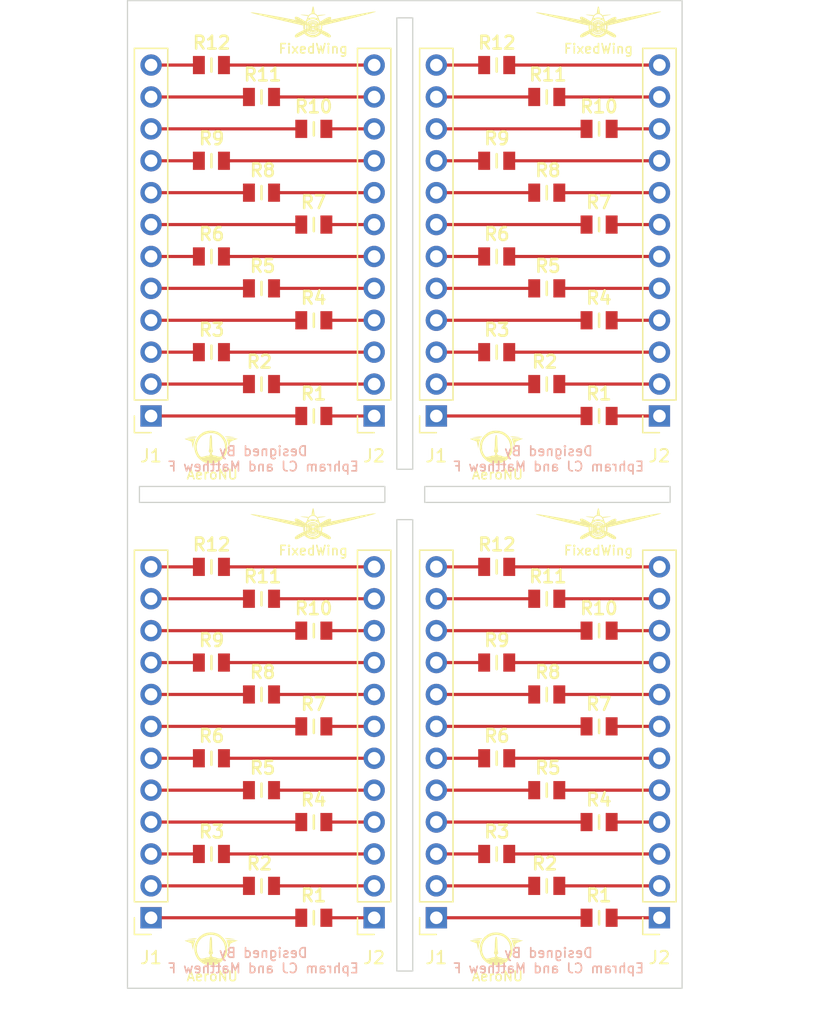
<source format=kicad_pcb>
(kicad_pcb (version 20221018) (generator pcbnew)
  (layers (0 "F.Cu" signal) (31 "B.Cu" signal) (34 "B.Paste" user) (35 "F.Paste" user) (36 "B.SilkS" user "B.Silkscreen") (37 "F.SilkS" user "F.Silkscreen") (38 "B.Mask" user) (39 "F.Mask" user) (44 "Edge.Cuts" user))
  (net 0 "")
  (net 1 "Net-(J1-Pin_1)")
  (net 2 "Net-(J1-Pin_2)")
  (net 3 "Net-(J1-Pin_3)")
  (net 4 "Net-(J1-Pin_4)")
  (net 5 "Net-(J1-Pin_5)")
  (net 6 "Net-(J1-Pin_6)")
  (net 7 "Net-(J1-Pin_7)")
  (net 8 "Net-(J1-Pin_8)")
  (net 9 "Net-(J1-Pin_9)")
  (net 10 "Net-(J1-Pin_10)")
  (net 11 "Net-(J1-Pin_11)")
  (net 12 "Net-(J1-Pin_12)")
  (net 13 "Net-(J2-Pin_1)")
  (net 14 "Net-(J2-Pin_2)")
  (net 15 "Net-(J2-Pin_3)")
  (net 16 "Net-(J2-Pin_4)")
  (net 17 "Net-(J2-Pin_5)")
  (net 18 "Net-(J2-Pin_6)")
  (net 19 "Net-(J2-Pin_7)")
  (net 20 "Net-(J2-Pin_8)")
  (net 21 "Net-(J2-Pin_9)")
  (net 22 "Net-(J2-Pin_10)")
  (net 23 "Net-(J2-Pin_11)")
  (net 24 "Net-(J2-Pin_12)")
  (footprint "FixedWing:RESC2012X50N" (layer "F.Cu") (at 165.37 81.28)
    (fp_text reference "R10" (at -0.016 -1.778) (layer "F.SilkS") (effects (font (size 1.016 1.016) (thickness 0.2032) bold)))
    (fp_text value "100Ω" hide)
    (pad "1" smd rect (at -1 0) (size 0.95 1.45) (layers "F.Cu" "F.Paste" "F.Mask") (net 10 "Net-(J1-Pin_10)"))
    (pad "2" smd rect (at 1 0) (size 0.95 1.45) (layers "F.Cu" "F.Paste" "F.Mask") (net 22 "Net-(J2-Pin_10)"))
  )
  (footprint "FixedWing:RESC2012X50N" (layer "F.Cu") (at 179.943 116.1542)
    (fp_text reference "R12" (at 0.016 -1.778) (layer "F.SilkS") (effects (font (size 1.016 1.016) (thickness 0.2032) bold)))
    (fp_text value "100Ω" hide)
    (pad "1" smd rect (at -1 0) (size 0.95 1.45) (layers "F.Cu" "F.Paste" "F.Mask") (net 12 "Net-(J1-Pin_12)"))
    (pad "2" smd rect (at 1 0) (size 0.95 1.45) (layers "F.Cu" "F.Paste" "F.Mask") (net 24 "Net-(J2-Pin_12)"))
  )
  (footprint "FixedWing:RESC2012X50N" (layer "F.Cu") (at 165.37 144.0942)
    (fp_text reference "R1" (at -0.016 -1.778) (layer "F.SilkS") (effects (font (size 1.016 1.016) (thickness 0.2032) bold)))
    (fp_text value "100Ω" hide)
    (pad "1" smd rect (at -1 0) (size 0.95 1.45) (layers "F.Cu" "F.Paste" "F.Mask") (net 1 "Net-(J1-Pin_1)"))
    (pad "2" smd rect (at 1 0) (size 0.95 1.45) (layers "F.Cu" "F.Paste" "F.Mask") (net 13 "Net-(J2-Pin_1)"))
  )
  (footprint "FixedWing:AeroNU - Logo (Smol)" (layer "F.Cu") (at 157.304449 149.331588)
    (fp_text reference "AeroNU" hide)
    (fp_text value "LOGO" hide)
  )
  (footprint "FixedWing:RESC2012X50N" (layer "F.Cu") (at 165.37 104.14)
    (fp_text reference "R1" (at -0.016 -1.778) (layer "F.SilkS") (effects (font (size 1.016 1.016) (thickness 0.2032) bold)))
    (fp_text value "100Ω" hide)
    (pad "1" smd rect (at -1 0) (size 0.95 1.45) (layers "F.Cu" "F.Paste" "F.Mask") (net 1 "Net-(J1-Pin_1)"))
    (pad "2" smd rect (at 1 0) (size 0.95 1.45) (layers "F.Cu" "F.Paste" "F.Mask") (net 13 "Net-(J2-Pin_1)"))
  )
  (footprint "FixedWing:FixedWing - Logo (Smol)" (layer "F.Cu") (at 165.3159 73.1774)
    (fp_text reference "FixedWing" (at 0.004963 1.722249) (layer "F.SilkS") (effects (font (size 0.75 0.75) (thickness 0.125))))
    (fp_text value "LOGO" hide)
  )
  (footprint "FixedWing:RESC2012X50N" (layer "F.Cu") (at 183.933 101.6)
    (fp_text reference "R2" (at -0.164 -1.778) (layer "F.SilkS") (effects (font (size 1.016 1.016) (thickness 0.2032) bold)))
    (fp_text value "100Ω" hide)
    (pad "1" smd rect (at -1 0) (size 0.95 1.45) (layers "F.Cu" "F.Paste" "F.Mask") (net 2 "Net-(J1-Pin_2)"))
    (pad "2" smd rect (at 1 0) (size 0.95 1.45) (layers "F.Cu" "F.Paste" "F.Mask") (net 14 "Net-(J2-Pin_2)"))
  )
  (footprint "FixedWing:RESC2012X50N" (layer "F.Cu") (at 183.933 118.6942)
    (fp_text reference "R11" (at 0.09 -1.778) (layer "F.SilkS") (effects (font (size 1.016 1.016) (thickness 0.2032) bold)))
    (fp_text value "100Ω" hide)
    (pad "1" smd rect (at -1 0) (size 0.95 1.45) (layers "F.Cu" "F.Paste" "F.Mask") (net 11 "Net-(J1-Pin_11)"))
    (pad "2" smd rect (at 1 0) (size 0.95 1.45) (layers "F.Cu" "F.Paste" "F.Mask") (net 23 "Net-(J2-Pin_11)"))
  )
  (footprint "FixedWing:RESC2012X50N" (layer "F.Cu") (at 179.943 91.44)
    (fp_text reference "R6" (at 0.016 -1.778) (layer "F.SilkS") (effects (font (size 1.016 1.016) (thickness 0.2032) bold)))
    (fp_text value "100Ω" hide)
    (pad "1" smd rect (at -1 0) (size 0.95 1.45) (layers "F.Cu" "F.Paste" "F.Mask") (net 6 "Net-(J1-Pin_6)"))
    (pad "2" smd rect (at 1 0) (size 0.95 1.45) (layers "F.Cu" "F.Paste" "F.Mask") (net 18 "Net-(J2-Pin_6)"))
  )
  (footprint "FixedWing:RESC2012X50N" (layer "F.Cu") (at 161.2 86.36)
    (fp_text reference "R8" (at 0.09 -1.778) (layer "F.SilkS") (effects (font (size 1.016 1.016) (thickness 0.2032) bold)))
    (fp_text value "100Ω" hide)
    (pad "1" smd rect (at -1 0) (size 0.95 1.45) (layers "F.Cu" "F.Paste" "F.Mask") (net 8 "Net-(J1-Pin_8)"))
    (pad "2" smd rect (at 1 0) (size 0.95 1.45) (layers "F.Cu" "F.Paste" "F.Mask") (net 20 "Net-(J2-Pin_8)"))
  )
  (footprint "FixedWing:RESC2012X50N" (layer "F.Cu") (at 188.103 88.9)
    (fp_text reference "R7" (at -0.016 -1.778) (layer "F.SilkS") (effects (font (size 1.016 1.016) (thickness 0.2032) bold)))
    (fp_text value "100Ω" hide)
    (pad "1" smd rect (at -1 0) (size 0.95 1.45) (layers "F.Cu" "F.Paste" "F.Mask") (net 7 "Net-(J1-Pin_7)"))
    (pad "2" smd rect (at 1 0) (size 0.95 1.45) (layers "F.Cu" "F.Paste" "F.Mask") (net 19 "Net-(J2-Pin_7)"))
  )
  (footprint "FixedWing:RESC2012X50N" (layer "F.Cu") (at 157.21 139.0142)
    (fp_text reference "R3" (at 0.016 -1.778) (layer "F.SilkS") (effects (font (size 1.016 1.016) (thickness 0.2032) bold)))
    (fp_text value "100Ω" hide)
    (pad "1" smd rect (at -1 0) (size 0.95 1.45) (layers "F.Cu" "F.Paste" "F.Mask") (net 3 "Net-(J1-Pin_3)"))
    (pad "2" smd rect (at 1 0) (size 0.95 1.45) (layers "F.Cu" "F.Paste" "F.Mask") (net 15 "Net-(J2-Pin_3)"))
  )
  (footprint "FixedWing:RESC2012X50N" (layer "F.Cu") (at 157.21 116.1542)
    (fp_text reference "R12" (at 0.016 -1.778) (layer "F.SilkS") (effects (font (size 1.016 1.016) (thickness 0.2032) bold)))
    (fp_text value "100Ω" hide)
    (pad "1" smd rect (at -1 0) (size 0.95 1.45) (layers "F.Cu" "F.Paste" "F.Mask") (net 12 "Net-(J1-Pin_12)"))
    (pad "2" smd rect (at 1 0) (size 0.95 1.45) (layers "F.Cu" "F.Paste" "F.Mask") (net 24 "Net-(J2-Pin_12)"))
  )
  (footprint "FixedWing:FixedWing - Logo (Smol)" (layer "F.Cu") (at 188.0489 113.1316)
    (fp_text reference "FixedWing" (at 0.004963 1.722249) (layer "F.SilkS") (effects (font (size 0.75 0.75) (thickness 0.125))))
    (fp_text value "LOGO" hide)
  )
  (footprint "FixedWing:FixedWing - Logo (Smol)" (layer "F.Cu") (at 188.0489 73.1774)
    (fp_text reference "FixedWing" (at 0.004963 1.722249) (layer "F.SilkS") (effects (font (size 0.75 0.75) (thickness 0.125))))
    (fp_text value "LOGO" hide)
  )
  (footprint "Connector_PinSocket_2.54mm:PinSocket_1x12_P2.54mm_Vertical" (layer "F.Cu") (at 152.4 104.14 180)
    (fp_text reference "J1" (at 0 -3.175) (layer "F.SilkS"))
    (fp_text value "Conn_01x12")
    (pad "1" thru_hole rect (at 0 0 180) (size 1.7 1.7) (drill 1) (layers "*.Cu" "*.Mask") (net 1 "Net-(J1-Pin_1)"))
    (pad "2" thru_hole oval (at 0 2.54 180) (size 1.7 1.7) (drill 1) (layers "*.Cu" "*.Mask") (net 2 "Net-(J1-Pin_2)"))
    (pad "3" thru_hole oval (at 0 5.08 180) (size 1.7 1.7) (drill 1) (layers "*.Cu" "*.Mask") (net 3 "Net-(J1-Pin_3)"))
    (pad "4" thru_hole oval (at 0 7.62 180) (size 1.7 1.7) (drill 1) (layers "*.Cu" "*.Mask") (net 4 "Net-(J1-Pin_4)"))
    (pad "5" thru_hole oval (at 0 10.16 180) (size 1.7 1.7) (drill 1) (layers "*.Cu" "*.Mask") (net 5 "Net-(J1-Pin_5)"))
    (pad "6" thru_hole oval (at 0 12.7 180) (size 1.7 1.7) (drill 1) (layers "*.Cu" "*.Mask") (net 6 "Net-(J1-Pin_6)"))
    (pad "7" thru_hole oval (at 0 15.24 180) (size 1.7 1.7) (drill 1) (layers "*.Cu" "*.Mask") (net 7 "Net-(J1-Pin_7)"))
    (pad "8" thru_hole oval (at 0 17.78 180) (size 1.7 1.7) (drill 1) (layers "*.Cu" "*.Mask") (net 8 "Net-(J1-Pin_8)"))
    (pad "9" thru_hole oval (at 0 20.32 180) (size 1.7 1.7) (drill 1) (layers "*.Cu" "*.Mask") (net 9 "Net-(J1-Pin_9)"))
    (pad "10" thru_hole oval (at 0 22.86 180) (size 1.7 1.7) (drill 1) (layers "*.Cu" "*.Mask") (net 10 "Net-(J1-Pin_10)"))
    (pad "11" thru_hole oval (at 0 25.4 180) (size 1.7 1.7) (drill 1) (layers "*.Cu" "*.Mask") (net 11 "Net-(J1-Pin_11)"))
    (pad "12" thru_hole oval (at 0 27.94 180) (size 1.7 1.7) (drill 1) (layers "*.Cu" "*.Mask") (net 12 "Net-(J1-Pin_12)"))
  )
  (footprint "FixedWing:RESC2012X50N" (layer "F.Cu") (at 157.21 83.82)
    (fp_text reference "R9" (at 0.016 -1.778) (layer "F.SilkS") (effects (font (size 1.016 1.016) (thickness 0.2032) bold)))
    (fp_text value "100Ω" hide)
    (pad "1" smd rect (at -1 0) (size 0.95 1.45) (layers "F.Cu" "F.Paste" "F.Mask") (net 9 "Net-(J1-Pin_9)"))
    (pad "2" smd rect (at 1 0) (size 0.95 1.45) (layers "F.Cu" "F.Paste" "F.Mask") (net 21 "Net-(J2-Pin_9)"))
  )
  (footprint "FixedWing:RESC2012X50N" (layer "F.Cu") (at 157.21 131.3942)
    (fp_text reference "R6" (at 0.016 -1.778) (layer "F.SilkS") (effects (font (size 1.016 1.016) (thickness 0.2032) bold)))
    (fp_text value "100Ω" hide)
    (pad "1" smd rect (at -1 0) (size 0.95 1.45) (layers "F.Cu" "F.Paste" "F.Mask") (net 6 "Net-(J1-Pin_6)"))
    (pad "2" smd rect (at 1 0) (size 0.95 1.45) (layers "F.Cu" "F.Paste" "F.Mask") (net 18 "Net-(J2-Pin_6)"))
  )
  (footprint "FixedWing:AeroNU - Logo (Smol)" (layer "F.Cu") (at 180.037449 149.331588)
    (fp_text reference "AeroNU" hide)
    (fp_text value "LOGO" hide)
  )
  (footprint "FixedWing:RESC2012X50N" (layer "F.Cu") (at 188.103 136.4742)
    (fp_text reference "R4" (at -0.016 -1.778) (layer "F.SilkS") (effects (font (size 1.016 1.016) (thickness 0.2032) bold)))
    (fp_text value "100Ω" hide)
    (pad "1" smd rect (at -1 0) (size 0.95 1.45) (layers "F.Cu" "F.Paste" "F.Mask") (net 4 "Net-(J1-Pin_4)"))
    (pad "2" smd rect (at 1 0) (size 0.95 1.45) (layers "F.Cu" "F.Paste" "F.Mask") (net 16 "Net-(J2-Pin_4)"))
  )
  (footprint "Connector_PinSocket_2.54mm:PinSocket_1x12_P2.54mm_Vertical" (layer "F.Cu") (at 152.4 144.0942 180)
    (fp_text reference "J1" (at 0 -3.175) (layer "F.SilkS"))
    (fp_text value "Conn_01x12")
    (pad "1" thru_hole rect (at 0 0 180) (size 1.7 1.7) (drill 1) (layers "*.Cu" "*.Mask") (net 1 "Net-(J1-Pin_1)"))
    (pad "2" thru_hole oval (at 0 2.54 180) (size 1.7 1.7) (drill 1) (layers "*.Cu" "*.Mask") (net 2 "Net-(J1-Pin_2)"))
    (pad "3" thru_hole oval (at 0 5.08 180) (size 1.7 1.7) (drill 1) (layers "*.Cu" "*.Mask") (net 3 "Net-(J1-Pin_3)"))
    (pad "4" thru_hole oval (at 0 7.62 180) (size 1.7 1.7) (drill 1) (layers "*.Cu" "*.Mask") (net 4 "Net-(J1-Pin_4)"))
    (pad "5" thru_hole oval (at 0 10.16 180) (size 1.7 1.7) (drill 1) (layers "*.Cu" "*.Mask") (net 5 "Net-(J1-Pin_5)"))
    (pad "6" thru_hole oval (at 0 12.7 180) (size 1.7 1.7) (drill 1) (layers "*.Cu" "*.Mask") (net 6 "Net-(J1-Pin_6)"))
    (pad "7" thru_hole oval (at 0 15.24 180) (size 1.7 1.7) (drill 1) (layers "*.Cu" "*.Mask") (net 7 "Net-(J1-Pin_7)"))
    (pad "8" thru_hole oval (at 0 17.78 180) (size 1.7 1.7) (drill 1) (layers "*.Cu" "*.Mask") (net 8 "Net-(J1-Pin_8)"))
    (pad "9" thru_hole oval (at 0 20.32 180) (size 1.7 1.7) (drill 1) (layers "*.Cu" "*.Mask") (net 9 "Net-(J1-Pin_9)"))
    (pad "10" thru_hole oval (at 0 22.86 180) (size 1.7 1.7) (drill 1) (layers "*.Cu" "*.Mask") (net 10 "Net-(J1-Pin_10)"))
    (pad "11" thru_hole oval (at 0 25.4 180) (size 1.7 1.7) (drill 1) (layers "*.Cu" "*.Mask") (net 11 "Net-(J1-Pin_11)"))
    (pad "12" thru_hole oval (at 0 27.94 180) (size 1.7 1.7) (drill 1) (layers "*.Cu" "*.Mask") (net 12 "Net-(J1-Pin_12)"))
  )
  (footprint "FixedWing:RESC2012X50N" (layer "F.Cu") (at 183.933 86.36)
    (fp_text reference "R8" (at 0.09 -1.778) (layer "F.SilkS") (effects (font (size 1.016 1.016) (thickness 0.2032) bold)))
    (fp_text value "100Ω" hide)
    (pad "1" smd rect (at -1 0) (size 0.95 1.45) (layers "F.Cu" "F.Paste" "F.Mask") (net 8 "Net-(J1-Pin_8)"))
    (pad "2" smd rect (at 1 0) (size 0.95 1.45) (layers "F.Cu" "F.Paste" "F.Mask") (net 20 "Net-(J2-Pin_8)"))
  )
  (footprint "FixedWing:RESC2012X50N" (layer "F.Cu") (at 188.103 96.52)
    (fp_text reference "R4" (at -0.016 -1.778) (layer "F.SilkS") (effects (font (size 1.016 1.016) (thickness 0.2032) bold)))
    (fp_text value "100Ω" hide)
    (pad "1" smd rect (at -1 0) (size 0.95 1.45) (layers "F.Cu" "F.Paste" "F.Mask") (net 4 "Net-(J1-Pin_4)"))
    (pad "2" smd rect (at 1 0) (size 0.95 1.45) (layers "F.Cu" "F.Paste" "F.Mask") (net 16 "Net-(J2-Pin_4)"))
  )
  (footprint "FixedWing:RESC2012X50N" (layer "F.Cu") (at 179.943 76.2)
    (fp_text reference "R12" (at 0.016 -1.778) (layer "F.SilkS") (effects (font (size 1.016 1.016) (thickness 0.2032) bold)))
    (fp_text value "100Ω" hide)
    (pad "1" smd rect (at -1 0) (size 0.95 1.45) (layers "F.Cu" "F.Paste" "F.Mask") (net 12 "Net-(J1-Pin_12)"))
    (pad "2" smd rect (at 1 0) (size 0.95 1.45) (layers "F.Cu" "F.Paste" "F.Mask") (net 24 "Net-(J2-Pin_12)"))
  )
  (footprint "FixedWing:RESC2012X50N" (layer "F.Cu") (at 161.2 133.9342)
    (fp_text reference "R5" (at 0.09 -1.778) (layer "F.SilkS") (effects (font (size 1.016 1.016) (thickness 0.2032) bold)))
    (fp_text value "100Ω" hide)
    (pad "1" smd rect (at -1 0) (size 0.95 1.45) (layers "F.Cu" "F.Paste" "F.Mask") (net 5 "Net-(J1-Pin_5)"))
    (pad "2" smd rect (at 1 0) (size 0.95 1.45) (layers "F.Cu" "F.Paste" "F.Mask") (net 17 "Net-(J2-Pin_5)"))
  )
  (footprint "FixedWing:RESC2012X50N" (layer "F.Cu") (at 183.933 133.9342)
    (fp_text reference "R5" (at 0.09 -1.778) (layer "F.SilkS") (effects (font (size 1.016 1.016) (thickness 0.2032) bold)))
    (fp_text value "100Ω" hide)
    (pad "1" smd rect (at -1 0) (size 0.95 1.45) (layers "F.Cu" "F.Paste" "F.Mask") (net 5 "Net-(J1-Pin_5)"))
    (pad "2" smd rect (at 1 0) (size 0.95 1.45) (layers "F.Cu" "F.Paste" "F.Mask") (net 17 "Net-(J2-Pin_5)"))
  )
  (footprint "FixedWing:RESC2012X50N" (layer "F.Cu") (at 183.933 93.98)
    (fp_text reference "R5" (at 0.09 -1.778) (layer "F.SilkS") (effects (font (size 1.016 1.016) (thickness 0.2032) bold)))
    (fp_text value "100Ω" hide)
    (pad "1" smd rect (at -1 0) (size 0.95 1.45) (layers "F.Cu" "F.Paste" "F.Mask") (net 5 "Net-(J1-Pin_5)"))
    (pad "2" smd rect (at 1 0) (size 0.95 1.45) (layers "F.Cu" "F.Paste" "F.Mask") (net 17 "Net-(J2-Pin_5)"))
  )
  (footprint "FixedWing:RESC2012X50N" (layer "F.Cu") (at 179.943 99.06)
    (fp_text reference "R3" (at 0.016 -1.778) (layer "F.SilkS") (effects (font (size 1.016 1.016) (thickness 0.2032) bold)))
    (fp_text value "100Ω" hide)
    (pad "1" smd rect (at -1 0) (size 0.95 1.45) (layers "F.Cu" "F.Paste" "F.Mask") (net 3 "Net-(J1-Pin_3)"))
    (pad "2" smd rect (at 1 0) (size 0.95 1.45) (layers "F.Cu" "F.Paste" "F.Mask") (net 15 "Net-(J2-Pin_3)"))
  )
  (footprint "FixedWing:RESC2012X50N" (layer "F.Cu") (at 161.2 101.6)
    (fp_text reference "R2" (at -0.164 -1.778) (layer "F.SilkS") (effects (font (size 1.016 1.016) (thickness 0.2032) bold)))
    (fp_text value "100Ω" hide)
    (pad "1" smd rect (at -1 0) (size 0.95 1.45) (layers "F.Cu" "F.Paste" "F.Mask") (net 2 "Net-(J1-Pin_2)"))
    (pad "2" smd rect (at 1 0) (size 0.95 1.45) (layers "F.Cu" "F.Paste" "F.Mask") (net 14 "Net-(J2-Pin_2)"))
  )
  (footprint "FixedWing:RESC2012X50N" (layer "F.Cu") (at 161.2 78.74)
    (fp_text reference "R11" (at 0.09 -1.778) (layer "F.SilkS") (effects (font (size 1.016 1.016) (thickness 0.2032) bold)))
    (fp_text value "100Ω" hide)
    (pad "1" smd rect (at -1 0) (size 0.95 1.45) (layers "F.Cu" "F.Paste" "F.Mask") (net 11 "Net-(J1-Pin_11)"))
    (pad "2" smd rect (at 1 0) (size 0.95 1.45) (layers "F.Cu" "F.Paste" "F.Mask") (net 23 "Net-(J2-Pin_11)"))
  )
  (footprint "FixedWing:RESC2012X50N" (layer "F.Cu") (at 183.933 126.3142)
    (fp_text reference "R8" (at 0.09 -1.778) (layer "F.SilkS") (effects (font (size 1.016 1.016) (thickness 0.2032) bold)))
    (fp_text value "100Ω" hide)
    (pad "1" smd rect (at -1 0) (size 0.95 1.45) (layers "F.Cu" "F.Paste" "F.Mask") (net 8 "Net-(J1-Pin_8)"))
    (pad "2" smd rect (at 1 0) (size 0.95 1.45) (layers "F.Cu" "F.Paste" "F.Mask") (net 20 "Net-(J2-Pin_8)"))
  )
  (footprint "FixedWing:RESC2012X50N" (layer "F.Cu") (at 161.2 93.98)
    (fp_text reference "R5" (at 0.09 -1.778) (layer "F.SilkS") (effects (font (size 1.016 1.016) (thickness 0.2032) bold)))
    (fp_text value "100Ω" hide)
    (pad "1" smd rect (at -1 0) (size 0.95 1.45) (layers "F.Cu" "F.Paste" "F.Mask") (net 5 "Net-(J1-Pin_5)"))
    (pad "2" smd rect (at 1 0) (size 0.95 1.45) (layers "F.Cu" "F.Paste" "F.Mask") (net 17 "Net-(J2-Pin_5)"))
  )
  (footprint "FixedWing:AeroNU - Logo (Smol)" (layer "F.Cu") (at 157.304449 109.377388)
    (fp_text reference "AeroNU" hide)
    (fp_text value "LOGO" hide)
  )
  (footprint "FixedWing:RESC2012X50N" (layer "F.Cu") (at 161.2 118.6942)
    (fp_text reference "R11" (at 0.09 -1.778) (layer "F.SilkS") (effects (font (size 1.016 1.016) (thickness 0.2032) bold)))
    (fp_text value "100Ω" hide)
    (pad "1" smd rect (at -1 0) (size 0.95 1.45) (layers "F.Cu" "F.Paste" "F.Mask") (net 11 "Net-(J1-Pin_11)"))
    (pad "2" smd rect (at 1 0) (size 0.95 1.45) (layers "F.Cu" "F.Paste" "F.Mask") (net 23 "Net-(J2-Pin_11)"))
  )
  (footprint "Connector_PinSocket_2.54mm:PinSocket_1x12_P2.54mm_Vertical" (layer "F.Cu") (at 175.133 104.14 180)
    (fp_text reference "J1" (at 0 -3.175) (layer "F.SilkS"))
    (fp_text value "Conn_01x12")
    (pad "1" thru_hole rect (at 0 0 180) (size 1.7 1.7) (drill 1) (layers "*.Cu" "*.Mask") (net 1 "Net-(J1-Pin_1)"))
    (pad "2" thru_hole oval (at 0 2.54 180) (size 1.7 1.7) (drill 1) (layers "*.Cu" "*.Mask") (net 2 "Net-(J1-Pin_2)"))
    (pad "3" thru_hole oval (at 0 5.08 180) (size 1.7 1.7) (drill 1) (layers "*.Cu" "*.Mask") (net 3 "Net-(J1-Pin_3)"))
    (pad "4" thru_hole oval (at 0 7.62 180) (size 1.7 1.7) (drill 1) (layers "*.Cu" "*.Mask") (net 4 "Net-(J1-Pin_4)"))
    (pad "5" thru_hole oval (at 0 10.16 180) (size 1.7 1.7) (drill 1) (layers "*.Cu" "*.Mask") (net 5 "Net-(J1-Pin_5)"))
    (pad "6" thru_hole oval (at 0 12.7 180) (size 1.7 1.7) (drill 1) (layers "*.Cu" "*.Mask") (net 6 "Net-(J1-Pin_6)"))
    (pad "7" thru_hole oval (at 0 15.24 180) (size 1.7 1.7) (drill 1) (layers "*.Cu" "*.Mask") (net 7 "Net-(J1-Pin_7)"))
    (pad "8" thru_hole oval (at 0 17.78 180) (size 1.7 1.7) (drill 1) (layers "*.Cu" "*.Mask") (net 8 "Net-(J1-Pin_8)"))
    (pad "9" thru_hole oval (at 0 20.32 180) (size 1.7 1.7) (drill 1) (layers "*.Cu" "*.Mask") (net 9 "Net-(J1-Pin_9)"))
    (pad "10" thru_hole oval (at 0 22.86 180) (size 1.7 1.7) (drill 1) (layers "*.Cu" "*.Mask") (net 10 "Net-(J1-Pin_10)"))
    (pad "11" thru_hole oval (at 0 25.4 180) (size 1.7 1.7) (drill 1) (layers "*.Cu" "*.Mask") (net 11 "Net-(J1-Pin_11)"))
    (pad "12" thru_hole oval (at 0 27.94 180) (size 1.7 1.7) (drill 1) (layers "*.Cu" "*.Mask") (net 12 "Net-(J1-Pin_12)"))
  )
  (footprint "FixedWing:RESC2012X50N" (layer "F.Cu") (at 188.103 104.14)
    (fp_text reference "R1" (at -0.016 -1.778) (layer "F.SilkS") (effects (font (size 1.016 1.016) (thickness 0.2032) bold)))
    (fp_text value "100Ω" hide)
    (pad "1" smd rect (at -1 0) (size 0.95 1.45) (layers "F.Cu" "F.Paste" "F.Mask") (net 1 "Net-(J1-Pin_1)"))
    (pad "2" smd rect (at 1 0) (size 0.95 1.45) (layers "F.Cu" "F.Paste" "F.Mask") (net 13 "Net-(J2-Pin_1)"))
  )
  (footprint "FixedWing:RESC2012X50N" (layer "F.Cu") (at 161.2 126.3142)
    (fp_text reference "R8" (at 0.09 -1.778) (layer "F.SilkS") (effects (font (size 1.016 1.016) (thickness 0.2032) bold)))
    (fp_text value "100Ω" hide)
    (pad "1" smd rect (at -1 0) (size 0.95 1.45) (layers "F.Cu" "F.Paste" "F.Mask") (net 8 "Net-(J1-Pin_8)"))
    (pad "2" smd rect (at 1 0) (size 0.95 1.45) (layers "F.Cu" "F.Paste" "F.Mask") (net 20 "Net-(J2-Pin_8)"))
  )
  (footprint "FixedWing:RESC2012X50N" (layer "F.Cu") (at 179.943 131.3942)
    (fp_text reference "R6" (at 0.016 -1.778) (layer "F.SilkS") (effects (font (size 1.016 1.016) (thickness 0.2032) bold)))
    (fp_text value "100Ω" hide)
    (pad "1" smd rect (at -1 0) (size 0.95 1.45) (layers "F.Cu" "F.Paste" "F.Mask") (net 6 "Net-(J1-Pin_6)"))
    (pad "2" smd rect (at 1 0) (size 0.95 1.45) (layers "F.Cu" "F.Paste" "F.Mask") (net 18 "Net-(J2-Pin_6)"))
  )
  (footprint "FixedWing:RESC2012X50N" (layer "F.Cu") (at 179.943 139.0142)
    (fp_text reference "R3" (at 0.016 -1.778) (layer "F.SilkS") (effects (font (size 1.016 1.016) (thickness 0.2032) bold)))
    (fp_text value "100Ω" hide)
    (pad "1" smd rect (at -1 0) (size 0.95 1.45) (layers "F.Cu" "F.Paste" "F.Mask") (net 3 "Net-(J1-Pin_3)"))
    (pad "2" smd rect (at 1 0) (size 0.95 1.45) (layers "F.Cu" "F.Paste" "F.Mask") (net 15 "Net-(J2-Pin_3)"))
  )
  (footprint "FixedWing:RESC2012X50N" (layer "F.Cu") (at 165.37 88.9)
    (fp_text reference "R7" (at -0.016 -1.778) (layer "F.SilkS") (effects (font (size 1.016 1.016) (thickness 0.2032) bold)))
    (fp_text value "100Ω" hide)
    (pad "1" smd rect (at -1 0) (size 0.95 1.45) (layers "F.Cu" "F.Paste" "F.Mask") (net 7 "Net-(J1-Pin_7)"))
    (pad "2" smd rect (at 1 0) (size 0.95 1.45) (layers "F.Cu" "F.Paste" "F.Mask") (net 19 "Net-(J2-Pin_7)"))
  )
  (footprint "FixedWing:RESC2012X50N" (layer "F.Cu") (at 165.37 121.2342)
    (fp_text reference "R10" (at -0.016 -1.778) (layer "F.SilkS") (effects (font (size 1.016 1.016) (thickness 0.2032) bold)))
    (fp_text value "100Ω" hide)
    (pad "1" smd rect (at -1 0) (size 0.95 1.45) (layers "F.Cu" "F.Paste" "F.Mask") (net 10 "Net-(J1-Pin_10)"))
    (pad "2" smd rect (at 1 0) (size 0.95 1.45) (layers "F.Cu" "F.Paste" "F.Mask") (net 22 "Net-(J2-Pin_10)"))
  )
  (footprint "FixedWing:AeroNU - Logo (Smol)" (layer "F.Cu") (at 180.037449 109.377388)
    (fp_text reference "AeroNU" hide)
    (fp_text value "LOGO" hide)
  )
  (footprint "FixedWing:FixedWing - Logo (Smol)" (layer "F.Cu") (at 165.3159 113.1316)
    (fp_text reference "FixedWing" (at 0.004963 1.722249) (layer "F.SilkS") (effects (font (size 0.75 0.75) (thickness 0.125))))
    (fp_text value "LOGO" hide)
  )
  (footprint "Connector_PinSocket_2.54mm:PinSocket_1x12_P2.54mm_Vertical" (layer "F.Cu") (at 170.18 144.0942 180)
    (fp_text reference "J2" (at 0 -3.175) (layer "F.SilkS"))
    (fp_text value "Conn_01x12")
    (pad "1" thru_hole rect (at 0 0 180) (size 1.7 1.7) (drill 1) (layers "*.Cu" "*.Mask") (net 13 "Net-(J2-Pin_1)"))
    (pad "2" thru_hole oval (at 0 2.54 180) (size 1.7 1.7) (drill 1) (layers "*.Cu" "*.Mask") (net 14 "Net-(J2-Pin_2)"))
    (pad "3" thru_hole oval (at 0 5.08 180) (size 1.7 1.7) (drill 1) (layers "*.Cu" "*.Mask") (net 15 "Net-(J2-Pin_3)"))
    (pad "4" thru_hole oval (at 0 7.62 180) (size 1.7 1.7) (drill 1) (layers "*.Cu" "*.Mask") (net 16 "Net-(J2-Pin_4)"))
    (pad "5" thru_hole oval (at 0 10.16 180) (size 1.7 1.7) (drill 1) (layers "*.Cu" "*.Mask") (net 17 "Net-(J2-Pin_5)"))
    (pad "6" thru_hole oval (at 0 12.7 180) (size 1.7 1.7) (drill 1) (layers "*.Cu" "*.Mask") (net 18 "Net-(J2-Pin_6)"))
    (pad "7" thru_hole oval (at 0 15.24 180) (size 1.7 1.7) (drill 1) (layers "*.Cu" "*.Mask") (net 19 "Net-(J2-Pin_7)"))
    (pad "8" thru_hole oval (at 0 17.78 180) (size 1.7 1.7) (drill 1) (layers "*.Cu" "*.Mask") (net 20 "Net-(J2-Pin_8)"))
    (pad "9" thru_hole oval (at 0 20.32 180) (size 1.7 1.7) (drill 1) (layers "*.Cu" "*.Mask") (net 21 "Net-(J2-Pin_9)"))
    (pad "10" thru_hole oval (at 0 22.86 180) (size 1.7 1.7) (drill 1) (layers "*.Cu" "*.Mask") (net 22 "Net-(J2-Pin_10)"))
    (pad "11" thru_hole oval (at 0 25.4 180) (size 1.7 1.7) (drill 1) (layers "*.Cu" "*.Mask") (net 23 "Net-(J2-Pin_11)"))
    (pad "12" thru_hole oval (at 0 27.94 180) (size 1.7 1.7) (drill 1) (layers "*.Cu" "*.Mask") (net 24 "Net-(J2-Pin_12)"))
  )
  (footprint "FixedWing:RESC2012X50N" (layer "F.Cu") (at 188.103 81.28)
    (fp_text reference "R10" (at -0.016 -1.778) (layer "F.SilkS") (effects (font (size 1.016 1.016) (thickness 0.2032) bold)))
    (fp_text value "100Ω" hide)
    (pad "1" smd rect (at -1 0) (size 0.95 1.45) (layers "F.Cu" "F.Paste" "F.Mask") (net 10 "Net-(J1-Pin_10)"))
    (pad "2" smd rect (at 1 0) (size 0.95 1.45) (layers "F.Cu" "F.Paste" "F.Mask") (net 22 "Net-(J2-Pin_10)"))
  )
  (footprint "FixedWing:RESC2012X50N" (layer "F.Cu") (at 161.2 141.5542)
    (fp_text reference "R2" (at -0.164 -1.778) (layer "F.SilkS") (effects (font (size 1.016 1.016) (thickness 0.2032) bold)))
    (fp_text value "100Ω" hide)
    (pad "1" smd rect (at -1 0) (size 0.95 1.45) (layers "F.Cu" "F.Paste" "F.Mask") (net 2 "Net-(J1-Pin_2)"))
    (pad "2" smd rect (at 1 0) (size 0.95 1.45) (layers "F.Cu" "F.Paste" "F.Mask") (net 14 "Net-(J2-Pin_2)"))
  )
  (footprint "FixedWing:RESC2012X50N" (layer "F.Cu") (at 157.21 76.2)
    (fp_text reference "R12" (at 0.016 -1.778) (layer "F.SilkS") (effects (font (size 1.016 1.016) (thickness 0.2032) bold)))
    (fp_text value "100Ω" hide)
    (pad "1" smd rect (at -1 0) (size 0.95 1.45) (layers "F.Cu" "F.Paste" "F.Mask") (net 12 "Net-(J1-Pin_12)"))
    (pad "2" smd rect (at 1 0) (size 0.95 1.45) (layers "F.Cu" "F.Paste" "F.Mask") (net 24 "Net-(J2-Pin_12)"))
  )
  (footprint "Connector_PinSocket_2.54mm:PinSocket_1x12_P2.54mm_Vertical" (layer "F.Cu") (at 175.133 144.0942 180)
    (fp_text reference "J1" (at 0 -3.175) (layer "F.SilkS"))
    (fp_text value "Conn_01x12")
    (pad "1" thru_hole rect (at 0 0 180) (size 1.7 1.7) (drill 1) (layers "*.Cu" "*.Mask") (net 1 "Net-(J1-Pin_1)"))
    (pad "2" thru_hole oval (at 0 2.54 180) (size 1.7 1.7) (drill 1) (layers "*.Cu" "*.Mask") (net 2 "Net-(J1-Pin_2)"))
    (pad "3" thru_hole oval (at 0 5.08 180) (size 1.7 1.7) (drill 1) (layers "*.Cu" "*.Mask") (net 3 "Net-(J1-Pin_3)"))
    (pad "4" thru_hole oval (at 0 7.62 180) (size 1.7 1.7) (drill 1) (layers "*.Cu" "*.Mask") (net 4 "Net-(J1-Pin_4)"))
    (pad "5" thru_hole oval (at 0 10.16 180) (size 1.7 1.7) (drill 1) (layers "*.Cu" "*.Mask") (net 5 "Net-(J1-Pin_5)"))
    (pad "6" thru_hole oval (at 0 12.7 180) (size 1.7 1.7) (drill 1) (layers "*.Cu" "*.Mask") (net 6 "Net-(J1-Pin_6)"))
    (pad "7" thru_hole oval (at 0 15.24 180) (size 1.7 1.7) (drill 1) (layers "*.Cu" "*.Mask") (net 7 "Net-(J1-Pin_7)"))
    (pad "8" thru_hole oval (at 0 17.78 180) (size 1.7 1.7) (drill 1) (layers "*.Cu" "*.Mask") (net 8 "Net-(J1-Pin_8)"))
    (pad "9" thru_hole oval (at 0 20.32 180) (size 1.7 1.7) (drill 1) (layers "*.Cu" "*.Mask") (net 9 "Net-(J1-Pin_9)"))
    (pad "10" thru_hole oval (at 0 22.86 180) (size 1.7 1.7) (drill 1) (layers "*.Cu" "*.Mask") (net 10 "Net-(J1-Pin_10)"))
    (pad "11" thru_hole oval (at 0 25.4 180) (size 1.7 1.7) (drill 1) (layers "*.Cu" "*.Mask") (net 11 "Net-(J1-Pin_11)"))
    (pad "12" thru_hole oval (at 0 27.94 180) (size 1.7 1.7) (drill 1) (layers "*.Cu" "*.Mask") (net 12 "Net-(J1-Pin_12)"))
  )
  (footprint "FixedWing:RESC2012X50N" (layer "F.Cu") (at 157.21 123.7742)
    (fp_text reference "R9" (at 0.016 -1.778) (layer "F.SilkS") (effects (font (size 1.016 1.016) (thickness 0.2032) bold)))
    (fp_text value "100Ω" hide)
    (pad "1" smd rect (at -1 0) (size 0.95 1.45) (layers "F.Cu" "F.Paste" "F.Mask") (net 9 "Net-(J1-Pin_9)"))
    (pad "2" smd rect (at 1 0) (size 0.95 1.45) (layers "F.Cu" "F.Paste" "F.Mask") (net 21 "Net-(J2-Pin_9)"))
  )
  (footprint "FixedWing:RESC2012X50N" (layer "F.Cu") (at 157.21 91.44)
    (fp_text reference "R6" (at 0.016 -1.778) (layer "F.SilkS") (effects (font (size 1.016 1.016) (thickness 0.2032) bold)))
    (fp_text value "100Ω" hide)
    (pad "1" smd rect (at -1 0) (size 0.95 1.45) (layers "F.Cu" "F.Paste" "F.Mask") (net 6 "Net-(J1-Pin_6)"))
    (pad "2" smd rect (at 1 0) (size 0.95 1.45) (layers "F.Cu" "F.Paste" "F.Mask") (net 18 "Net-(J2-Pin_6)"))
  )
  (footprint "FixedWing:RESC2012X50N" (layer "F.Cu") (at 188.103 121.2342)
    (fp_text reference "R10" (at -0.016 -1.778) (layer "F.SilkS") (effects (font (size 1.016 1.016) (thickness 0.2032) bold)))
    (fp_text value "100Ω" hide)
    (pad "1" smd rect (at -1 0) (size 0.95 1.45) (layers "F.Cu" "F.Paste" "F.Mask") (net 10 "Net-(J1-Pin_10)"))
    (pad "2" smd rect (at 1 0) (size 0.95 1.45) (layers "F.Cu" "F.Paste" "F.Mask") (net 22 "Net-(J2-Pin_10)"))
  )
  (footprint "Connector_PinSocket_2.54mm:PinSocket_1x12_P2.54mm_Vertical" (layer "F.Cu") (at 170.18 104.14 180)
    (fp_text reference "J2" (at 0 -3.175) (layer "F.SilkS"))
    (fp_text value "Conn_01x12")
    (pad "1" thru_hole rect (at 0 0 180) (size 1.7 1.7) (drill 1) (layers "*.Cu" "*.Mask") (net 13 "Net-(J2-Pin_1)"))
    (pad "2" thru_hole oval (at 0 2.54 180) (size 1.7 1.7) (drill 1) (layers "*.Cu" "*.Mask") (net 14 "Net-(J2-Pin_2)"))
    (pad "3" thru_hole oval (at 0 5.08 180) (size 1.7 1.7) (drill 1) (layers "*.Cu" "*.Mask") (net 15 "Net-(J2-Pin_3)"))
    (pad "4" thru_hole oval (at 0 7.62 180) (size 1.7 1.7) (drill 1) (layers "*.Cu" "*.Mask") (net 16 "Net-(J2-Pin_4)"))
    (pad "5" thru_hole oval (at 0 10.16 180) (size 1.7 1.7) (drill 1) (layers "*.Cu" "*.Mask") (net 17 "Net-(J2-Pin_5)"))
    (pad "6" thru_hole oval (at 0 12.7 180) (size 1.7 1.7) (drill 1) (layers "*.Cu" "*.Mask") (net 18 "Net-(J2-Pin_6)"))
    (pad "7" thru_hole oval (at 0 15.24 180) (size 1.7 1.7) (drill 1) (layers "*.Cu" "*.Mask") (net 19 "Net-(J2-Pin_7)"))
    (pad "8" thru_hole oval (at 0 17.78 180) (size 1.7 1.7) (drill 1) (layers "*.Cu" "*.Mask") (net 20 "Net-(J2-Pin_8)"))
    (pad "9" thru_hole oval (at 0 20.32 180) (size 1.7 1.7) (drill 1) (layers "*.Cu" "*.Mask") (net 21 "Net-(J2-Pin_9)"))
    (pad "10" thru_hole oval (at 0 22.86 180) (size 1.7 1.7) (drill 1) (layers "*.Cu" "*.Mask") (net 22 "Net-(J2-Pin_10)"))
    (pad "11" thru_hole oval (at 0 25.4 180) (size 1.7 1.7) (drill 1) (layers "*.Cu" "*.Mask") (net 23 "Net-(J2-Pin_11)"))
    (pad "12" thru_hole oval (at 0 27.94 180) (size 1.7 1.7) (drill 1) (layers "*.Cu" "*.Mask") (net 24 "Net-(J2-Pin_12)"))
  )
  (footprint "FixedWing:RESC2012X50N" (layer "F.Cu") (at 188.103 144.0942)
    (fp_text reference "R1" (at -0.016 -1.778) (layer "F.SilkS") (effects (font (size 1.016 1.016) (thickness 0.2032) bold)))
    (fp_text value "100Ω" hide)
    (pad "1" smd rect (at -1 0) (size 0.95 1.45) (layers "F.Cu" "F.Paste" "F.Mask") (net 1 "Net-(J1-Pin_1)"))
    (pad "2" smd rect (at 1 0) (size 0.95 1.45) (layers "F.Cu" "F.Paste" "F.Mask") (net 13 "Net-(J2-Pin_1)"))
  )
  (footprint "FixedWing:RESC2012X50N" (layer "F.Cu") (at 165.37 128.8542)
    (fp_text reference "R7" (at -0.016 -1.778) (layer "F.SilkS") (effects (font (size 1.016 1.016) (thickness 0.2032) bold)))
    (fp_text value "100Ω" hide)
    (pad "1" smd rect (at -1 0) (size 0.95 1.45) (layers "F.Cu" "F.Paste" "F.Mask") (net 7 "Net-(J1-Pin_7)"))
    (pad "2" smd rect (at 1 0) (size 0.95 1.45) (layers "F.Cu" "F.Paste" "F.Mask") (net 19 "Net-(J2-Pin_7)"))
  )
  (footprint "FixedWing:RESC2012X50N" (layer "F.Cu") (at 165.37 136.4742)
    (fp_text reference "R4" (at -0.016 -1.778) (layer "F.SilkS") (effects (font (size 1.016 1.016) (thickness 0.2032) bold)))
    (fp_text value "100Ω" hide)
    (pad "1" smd rect (at -1 0) (size 0.95 1.45) (layers "F.Cu" "F.Paste" "F.Mask") (net 4 "Net-(J1-Pin_4)"))
    (pad "2" smd rect (at 1 0) (size 0.95 1.45) (layers "F.Cu" "F.Paste" "F.Mask") (net 16 "Net-(J2-Pin_4)"))
  )
  (footprint "FixedWing:RESC2012X50N" (layer "F.Cu") (at 188.103 128.8542)
    (fp_text reference "R7" (at -0.016 -1.778) (layer "F.SilkS") (effects (font (size 1.016 1.016) (thickness 0.2032) bold)))
    (fp_text value "100Ω" hide)
    (pad "1" smd rect (at -1 0) (size 0.95 1.45) (layers "F.Cu" "F.Paste" "F.Mask") (net 7 "Net-(J1-Pin_7)"))
    (pad "2" smd rect (at 1 0) (size 0.95 1.45) (layers "F.Cu" "F.Paste" "F.Mask") (net 19 "Net-(J2-Pin_7)"))
  )
  (footprint "FixedWing:RESC2012X50N" (layer "F.Cu") (at 183.933 78.74)
    (fp_text reference "R11" (at 0.09 -1.778) (layer "F.SilkS") (effects (font (size 1.016 1.016) (thickness 0.2032) bold)))
    (fp_text value "100Ω" hide)
    (pad "1" smd rect (at -1 0) (size 0.95 1.45) (layers "F.Cu" "F.Paste" "F.Mask") (net 11 "Net-(J1-Pin_11)"))
    (pad "2" smd rect (at 1 0) (size 0.95 1.45) (layers "F.Cu" "F.Paste" "F.Mask") (net 23 "Net-(J2-Pin_11)"))
  )
  (footprint "FixedWing:RESC2012X50N" (layer "F.Cu") (at 179.943 83.82)
    (fp_text reference "R9" (at 0.016 -1.778) (layer "F.SilkS") (effects (font (size 1.016 1.016) (thickness 0.2032) bold)))
    (fp_text value "100Ω" hide)
    (pad "1" smd rect (at -1 0) (size 0.95 1.45) (layers "F.Cu" "F.Paste" "F.Mask") (net 9 "Net-(J1-Pin_9)"))
    (pad "2" smd rect (at 1 0) (size 0.95 1.45) (layers "F.Cu" "F.Paste" "F.Mask") (net 21 "Net-(J2-Pin_9)"))
  )
  (footprint "FixedWing:RESC2012X50N" (layer "F.Cu") (at 183.933 141.5542)
    (fp_text reference "R2" (at -0.164 -1.778) (layer "F.SilkS") (effects (font (size 1.016 1.016) (thickness 0.2032) bold)))
    (fp_text value "100Ω" hide)
    (pad "1" smd rect (at -1 0) (size 0.95 1.45) (layers "F.Cu" "F.Paste" "F.Mask") (net 2 "Net-(J1-Pin_2)"))
    (pad "2" smd rect (at 1 0) (size 0.95 1.45) (layers "F.Cu" "F.Paste" "F.Mask") (net 14 "Net-(J2-Pin_2)"))
  )
  (footprint "Connector_PinSocket_2.54mm:PinSocket_1x12_P2.54mm_Vertical" (layer "F.Cu") (at 192.913 144.0942 180)
    (fp_text reference "J2" (at 0 -3.175) (layer "F.SilkS"))
    (fp_text value "Conn_01x12")
    (pad "1" thru_hole rect (at 0 0 180) (size 1.7 1.7) (drill 1) (layers "*.Cu" "*.Mask") (net 13 "Net-(J2-Pin_1)"))
    (pad "2" thru_hole oval (at 0 2.54 180) (size 1.7 1.7) (drill 1) (layers "*.Cu" "*.Mask") (net 14 "Net-(J2-Pin_2)"))
    (pad "3" thru_hole oval (at 0 5.08 180) (size 1.7 1.7) (drill 1) (layers "*.Cu" "*.Mask") (net 15 "Net-(J2-Pin_3)"))
    (pad "4" thru_hole oval (at 0 7.62 180) (size 1.7 1.7) (drill 1) (layers "*.Cu" "*.Mask") (net 16 "Net-(J2-Pin_4)"))
    (pad "5" thru_hole oval (at 0 10.16 180) (size 1.7 1.7) (drill 1) (layers "*.Cu" "*.Mask") (net 17 "Net-(J2-Pin_5)"))
    (pad "6" thru_hole oval (at 0 12.7 180) (size 1.7 1.7) (drill 1) (layers "*.Cu" "*.Mask") (net 18 "Net-(J2-Pin_6)"))
    (pad "7" thru_hole oval (at 0 15.24 180) (size 1.7 1.7) (drill 1) (layers "*.Cu" "*.Mask") (net 19 "Net-(J2-Pin_7)"))
    (pad "8" thru_hole oval (at 0 17.78 180) (size 1.7 1.7) (drill 1) (layers "*.Cu" "*.Mask") (net 20 "Net-(J2-Pin_8)"))
    (pad "9" thru_hole oval (at 0 20.32 180) (size 1.7 1.7) (drill 1) (layers "*.Cu" "*.Mask") (net 21 "Net-(J2-Pin_9)"))
    (pad "10" thru_hole oval (at 0 22.86 180) (size 1.7 1.7) (drill 1) (layers "*.Cu" "*.Mask") (net 22 "Net-(J2-Pin_10)"))
    (pad "11" thru_hole oval (at 0 25.4 180) (size 1.7 1.7) (drill 1) (layers "*.Cu" "*.Mask") (net 23 "Net-(J2-Pin_11)"))
    (pad "12" thru_hole oval (at 0 27.94 180) (size 1.7 1.7) (drill 1) (layers "*.Cu" "*.Mask") (net 24 "Net-(J2-Pin_12)"))
  )
  (footprint "FixedWing:RESC2012X50N" (layer "F.Cu") (at 165.37 96.52)
    (fp_text reference "R4" (at -0.016 -1.778) (layer "F.SilkS") (effects (font (size 1.016 1.016) (thickness 0.2032) bold)))
    (fp_text value "100Ω" hide)
    (pad "1" smd rect (at -1 0) (size 0.95 1.45) (layers "F.Cu" "F.Paste" "F.Mask") (net 4 "Net-(J1-Pin_4)"))
    (pad "2" smd rect (at 1 0) (size 0.95 1.45) (layers "F.Cu" "F.Paste" "F.Mask") (net 16 "Net-(J2-Pin_4)"))
  )
  (footprint "FixedWing:RESC2012X50N" (layer "F.Cu") (at 179.943 123.7742)
    (fp_text reference "R9" (at 0.016 -1.778) (layer "F.SilkS") (effects (font (size 1.016 1.016) (thickness 0.2032) bold)))
    (fp_text value "100Ω" hide)
    (pad "1" smd rect (at -1 0) (size 0.95 1.45) (layers "F.Cu" "F.Paste" "F.Mask") (net 9 "Net-(J1-Pin_9)"))
    (pad "2" smd rect (at 1 0) (size 0.95 1.45) (layers "F.Cu" "F.Paste" "F.Mask") (net 21 "Net-(J2-Pin_9)"))
  )
  (footprint "Connector_PinSocket_2.54mm:PinSocket_1x12_P2.54mm_Vertical" (layer "F.Cu") (at 192.913 104.14 180)
    (fp_text reference "J2" (at 0 -3.175) (layer "F.SilkS"))
    (fp_text value "Conn_01x12")
    (pad "1" thru_hole rect (at 0 0 180) (size 1.7 1.7) (drill 1) (layers "*.Cu" "*.Mask") (net 13 "Net-(J2-Pin_1)"))
    (pad "2" thru_hole oval (at 0 2.54 180) (size 1.7 1.7) (drill 1) (layers "*.Cu" "*.Mask") (net 14 "Net-(J2-Pin_2)"))
    (pad "3" thru_hole oval (at 0 5.08 180) (size 1.7 1.7) (drill 1) (layers "*.Cu" "*.Mask") (net 15 "Net-(J2-Pin_3)"))
    (pad "4" thru_hole oval (at 0 7.62 180) (size 1.7 1.7) (drill 1) (layers "*.Cu" "*.Mask") (net 16 "Net-(J2-Pin_4)"))
    (pad "5" thru_hole oval (at 0 10.16 180) (size 1.7 1.7) (drill 1) (layers "*.Cu" "*.Mask") (net 17 "Net-(J2-Pin_5)"))
    (pad "6" thru_hole oval (at 0 12.7 180) (size 1.7 1.7) (drill 1) (layers "*.Cu" "*.Mask") (net 18 "Net-(J2-Pin_6)"))
    (pad "7" thru_hole oval (at 0 15.24 180) (size 1.7 1.7) (drill 1) (layers "*.Cu" "*.Mask") (net 19 "Net-(J2-Pin_7)"))
    (pad "8" thru_hole oval (at 0 17.78 180) (size 1.7 1.7) (drill 1) (layers "*.Cu" "*.Mask") (net 20 "Net-(J2-Pin_8)"))
    (pad "9" thru_hole oval (at 0 20.32 180) (size 1.7 1.7) (drill 1) (layers "*.Cu" "*.Mask") (net 21 "Net-(J2-Pin_9)"))
    (pad "10" thru_hole oval (at 0 22.86 180) (size 1.7 1.7) (drill 1) (layers "*.Cu" "*.Mask") (net 22 "Net-(J2-Pin_10)"))
    (pad "11" thru_hole oval (at 0 25.4 180) (size 1.7 1.7) (drill 1) (layers "*.Cu" "*.Mask") (net 23 "Net-(J2-Pin_11)"))
    (pad "12" thru_hole oval (at 0 27.94 180) (size 1.7 1.7) (drill 1) (layers "*.Cu" "*.Mask") (net 24 "Net-(J2-Pin_12)"))
  )
  (footprint "FixedWing:RESC2012X50N" (layer "F.Cu") (at 157.21 99.06)
    (fp_text reference "R3" (at 0.016 -1.778) (layer "F.SilkS") (effects (font (size 1.016 1.016) (thickness 0.2032) bold)))
    (fp_text value "100Ω" hide)
    (pad "1" smd rect (at -1 0) (size 0.95 1.45) (layers "F.Cu" "F.Paste" "F.Mask") (net 3 "Net-(J1-Pin_3)"))
    (pad "2" smd rect (at 1 0) (size 0.95 1.45) (layers "F.Cu" "F.Paste" "F.Mask") (net 15 "Net-(J2-Pin_3)"))
  )
  (gr_rect (start 174.2059 109.7534) (end 193.7639 111.0234) (stroke (width 0.1)) (fill none) (layer "Edge.Cuts"))
  (gr_rect (start 150.5204 71.0692) (end 194.7164 149.7076) (stroke (width 0.1)) (fill none) (layer "Edge.Cuts"))
  (gr_rect (start 151.4729 109.7534) (end 171.0309 111.0234) (stroke (width 0.1)) (fill none) (layer "Edge.Cuts"))
  (gr_rect (start 171.9834 112.395) (end 173.2534 148.336) (stroke (width 0.1)) (fill none) (layer "Edge.Cuts"))
  (gr_rect (start 171.9834 72.4408) (end 173.2534 108.3818) (stroke (width 0.1)) (fill none) (layer "Edge.Cuts"))
  (gr_text "Designed By\nEphram CJ and Matthew F" (at 161.3408 148.5646) (layer "B.SilkS") (effects (font (size 0.762 0.762) (thickness 0.127) bold) (justify bottom mirror)))
  (gr_text "Designed By\nEphram CJ and Matthew F" (at 161.3408 108.6104) (layer "B.SilkS") (effects (font (size 0.762 0.762) (thickness 0.127) bold) (justify bottom mirror)))
  (gr_text "Designed By\nEphram CJ and Matthew F" (at 184.0738 108.6104) (layer "B.SilkS") (effects (font (size 0.762 0.762) (thickness 0.127) bold) (justify bottom mirror)))
  (gr_text "Designed By\nEphram CJ and Matthew F" (at 184.0738 148.5646) (layer "B.SilkS") (effects (font (size 0.762 0.762) (thickness 0.127) bold) (justify bottom mirror)))
  (gr_text "AeroNU" (at 177.8889 109.2454) (layer "F.SilkS") (effects (font (size 0.762 0.762) (thickness 0.127) bold) (justify left bottom)))
  (gr_text "AeroNU" (at 155.1559 109.2454) (layer "F.SilkS") (effects (font (size 0.762 0.762) (thickness 0.127) bold) (justify left bottom)))
  (gr_text "AeroNU" (at 177.8889 149.1996) (layer "F.SilkS") (effects (font (size 0.762 0.762) (thickness 0.127) bold) (justify left bottom)))
  (gr_text "AeroNU" (at 155.1559 149.1996) (layer "F.SilkS") (effects (font (size 0.762 0.762) (thickness 0.127) bold) (justify left bottom)))
  (segment (start 187.103 104.14) (end 175.133 104.14) (width 0.25) (layer "F.Cu") (net 1))
  (segment (start 164.37 144.0942) (end 152.4 144.0942) (width 0.25) (layer "F.Cu") (net 1))
  (segment (start 187.103 144.0942) (end 175.133 144.0942) (width 0.25) (layer "F.Cu") (net 1))
  (segment (start 164.37 104.14) (end 152.4 104.14) (width 0.25) (layer "F.Cu") (net 1))
  (segment (start 152.4 141.5542) (end 160.2 141.5542) (width 0.25) (layer "F.Cu") (net 2))
  (segment (start 175.133 101.6) (end 182.933 101.6) (width 0.25) (layer "F.Cu") (net 2))
  (segment (start 152.4 101.6) (end 160.2 101.6) (width 0.25) (layer "F.Cu") (net 2))
  (segment (start 175.133 141.5542) (end 182.933 141.5542) (width 0.25) (layer "F.Cu") (net 2))
  (segment (start 156.21 99.06) (end 152.4 99.06) (width 0.25) (layer "F.Cu") (net 3))
  (segment (start 178.943 99.06) (end 175.133 99.06) (width 0.25) (layer "F.Cu") (net 3))
  (segment (start 156.21 139.0142) (end 152.4 139.0142) (width 0.25) (layer "F.Cu") (net 3))
  (segment (start 178.943 139.0142) (end 175.133 139.0142) (width 0.25) (layer "F.Cu") (net 3))
  (segment (start 152.4 136.4742) (end 164.37 136.4742) (width 0.25) (layer "F.Cu") (net 4))
  (segment (start 175.133 96.52) (end 187.103 96.52) (width 0.25) (layer "F.Cu") (net 4))
  (segment (start 175.133 136.4742) (end 187.103 136.4742) (width 0.25) (layer "F.Cu") (net 4))
  (segment (start 152.4 96.52) (end 164.37 96.52) (width 0.25) (layer "F.Cu") (net 4))
  (segment (start 182.933 133.9342) (end 175.133 133.9342) (width 0.25) (layer "F.Cu") (net 5))
  (segment (start 160.2 133.9342) (end 152.4 133.9342) (width 0.25) (layer "F.Cu") (net 5))
  (segment (start 182.933 93.98) (end 175.133 93.98) (width 0.25) (layer "F.Cu") (net 5))
  (segment (start 160.2 93.98) (end 152.4 93.98) (width 0.25) (layer "F.Cu") (net 5))
  (segment (start 175.133 91.44) (end 178.943 91.44) (width 0.25) (layer "F.Cu") (net 6))
  (segment (start 152.4 131.3942) (end 156.21 131.3942) (width 0.25) (layer "F.Cu") (net 6))
  (segment (start 152.4 91.44) (end 156.21 91.44) (width 0.25) (layer "F.Cu") (net 6))
  (segment (start 175.133 131.3942) (end 178.943 131.3942) (width 0.25) (layer "F.Cu") (net 6))
  (segment (start 164.37 88.9) (end 152.4 88.9) (width 0.25) (layer "F.Cu") (net 7))
  (segment (start 187.103 88.9) (end 175.133 88.9) (width 0.25) (layer "F.Cu") (net 7))
  (segment (start 187.103 128.8542) (end 175.133 128.8542) (width 0.25) (layer "F.Cu") (net 7))
  (segment (start 164.37 128.8542) (end 152.4 128.8542) (width 0.25) (layer "F.Cu") (net 7))
  (segment (start 152.4 126.3142) (end 160.2 126.3142) (width 0.25) (layer "F.Cu") (net 8))
  (segment (start 175.133 86.36) (end 182.933 86.36) (width 0.25) (layer "F.Cu") (net 8))
  (segment (start 152.4 86.36) (end 160.2 86.36) (width 0.25) (layer "F.Cu") (net 8))
  (segment (start 175.133 126.3142) (end 182.933 126.3142) (width 0.25) (layer "F.Cu") (net 8))
  (segment (start 178.943 123.7742) (end 175.133 123.7742) (width 0.25) (layer "F.Cu") (net 9))
  (segment (start 156.21 83.82) (end 152.4 83.82) (width 0.25) (layer "F.Cu") (net 9))
  (segment (start 178.943 83.82) (end 175.133 83.82) (width 0.25) (layer "F.Cu") (net 9))
  (segment (start 156.21 123.7742) (end 152.4 123.7742) (width 0.25) (layer "F.Cu") (net 9))
  (segment (start 152.4 81.28) (end 164.37 81.28) (width 0.25) (layer "F.Cu") (net 10))
  (segment (start 152.4 121.2342) (end 164.37 121.2342) (width 0.25) (layer "F.Cu") (net 10))
  (segment (start 175.133 121.2342) (end 187.103 121.2342) (width 0.25) (layer "F.Cu") (net 10))
  (segment (start 175.133 81.28) (end 187.103 81.28) (width 0.25) (layer "F.Cu") (net 10))
  (segment (start 182.933 118.6942) (end 175.133 118.6942) (width 0.25) (layer "F.Cu") (net 11))
  (segment (start 160.2 118.6942) (end 152.4 118.6942) (width 0.25) (layer "F.Cu") (net 11))
  (segment (start 182.933 78.74) (end 175.133 78.74) (width 0.25) (layer "F.Cu") (net 11))
  (segment (start 160.2 78.74) (end 152.4 78.74) (width 0.25) (layer "F.Cu") (net 11))
  (segment (start 152.4 116.1542) (end 156.21 116.1542) (width 0.25) (layer "F.Cu") (net 12))
  (segment (start 152.4 76.2) (end 156.21 76.2) (width 0.25) (layer "F.Cu") (net 12))
  (segment (start 175.133 116.1542) (end 178.943 116.1542) (width 0.25) (layer "F.Cu") (net 12))
  (segment (start 175.133 76.2) (end 178.943 76.2) (width 0.25) (layer "F.Cu") (net 12))
  (segment (start 192.913 104.14) (end 189.103 104.14) (width 0.25) (layer "F.Cu") (net 13))
  (segment (start 170.18 104.14) (end 166.37 104.14) (width 0.25) (layer "F.Cu") (net 13))
  (segment (start 192.913 144.0942) (end 189.103 144.0942) (width 0.25) (layer "F.Cu") (net 13))
  (segment (start 170.18 144.0942) (end 166.37 144.0942) (width 0.25) (layer "F.Cu") (net 13))
  (segment (start 184.933 141.5542) (end 192.913 141.5542) (width 0.25) (layer "F.Cu") (net 14))
  (segment (start 162.2 101.6) (end 170.18 101.6) (width 0.25) (layer "F.Cu") (net 14))
  (segment (start 184.933 101.6) (end 192.913 101.6) (width 0.25) (layer "F.Cu") (net 14))
  (segment (start 162.2 141.5542) (end 170.18 141.5542) (width 0.25) (layer "F.Cu") (net 14))
  (segment (start 192.913 139.0142) (end 180.943 139.0142) (width 0.25) (layer "F.Cu") (net 15))
  (segment (start 170.18 99.06) (end 158.21 99.06) (width 0.25) (layer "F.Cu") (net 15))
  (segment (start 170.18 139.0142) (end 158.21 139.0142) (width 0.25) (layer "F.Cu") (net 15))
  (segment (start 192.913 99.06) (end 180.943 99.06) (width 0.25) (layer "F.Cu") (net 15))
  (segment (start 166.37 136.4742) (end 170.18 136.4742) (width 0.25) (layer "F.Cu") (net 16))
  (segment (start 189.103 96.52) (end 192.913 96.52) (width 0.25) (layer "F.Cu") (net 16))
  (segment (start 166.37 96.52) (end 170.18 96.52) (width 0.25) (layer "F.Cu") (net 16))
  (segment (start 189.103 136.4742) (end 192.913 136.4742) (width 0.25) (layer "F.Cu") (net 16))
  (segment (start 192.913 133.9342) (end 184.933 133.9342) (width 0.25) (layer "F.Cu") (net 17))
  (segment (start 170.18 133.9342) (end 162.2 133.9342) (width 0.25) (layer "F.Cu") (net 17))
  (segment (start 192.913 93.98) (end 184.933 93.98) (width 0.25) (layer "F.Cu") (net 17))
  (segment (start 170.18 93.98) (end 162.2 93.98) (width 0.25) (layer "F.Cu") (net 17))
  (segment (start 180.943 131.3942) (end 192.913 131.3942) (width 0.25) (layer "F.Cu") (net 18))
  (segment (start 158.21 131.3942) (end 170.18 131.3942) (width 0.25) (layer "F.Cu") (net 18))
  (segment (start 180.943 91.44) (end 192.913 91.44) (width 0.25) (layer "F.Cu") (net 18))
  (segment (start 158.21 91.44) (end 170.18 91.44) (width 0.25) (layer "F.Cu") (net 18))
  (segment (start 192.913 88.9) (end 189.103 88.9) (width 0.25) (layer "F.Cu") (net 19))
  (segment (start 192.913 128.8542) (end 189.103 128.8542) (width 0.25) (layer "F.Cu") (net 19))
  (segment (start 170.18 88.9) (end 166.37 88.9) (width 0.25) (layer "F.Cu") (net 19))
  (segment (start 170.18 128.8542) (end 166.37 128.8542) (width 0.25) (layer "F.Cu") (net 19))
  (segment (start 184.933 126.3142) (end 192.913 126.3142) (width 0.25) (layer "F.Cu") (net 20))
  (segment (start 162.2 126.3142) (end 170.18 126.3142) (width 0.25) (layer "F.Cu") (net 20))
  (segment (start 162.2 86.36) (end 170.18 86.36) (width 0.25) (layer "F.Cu") (net 20))
  (segment (start 184.933 86.36) (end 192.913 86.36) (width 0.25) (layer "F.Cu") (net 20))
  (segment (start 170.18 83.82) (end 158.21 83.82) (width 0.25) (layer "F.Cu") (net 21))
  (segment (start 170.18 123.7742) (end 158.21 123.7742) (width 0.25) (layer "F.Cu") (net 21))
  (segment (start 192.913 83.82) (end 180.943 83.82) (width 0.25) (layer "F.Cu") (net 21))
  (segment (start 192.913 123.7742) (end 180.943 123.7742) (width 0.25) (layer "F.Cu") (net 21))
  (segment (start 166.37 81.28) (end 170.18 81.28) (width 0.25) (layer "F.Cu") (net 22))
  (segment (start 189.103 81.28) (end 192.913 81.28) (width 0.25) (layer "F.Cu") (net 22))
  (segment (start 189.103 121.2342) (end 192.913 121.2342) (width 0.25) (layer "F.Cu") (net 22))
  (segment (start 166.37 121.2342) (end 170.18 121.2342) (width 0.25) (layer "F.Cu") (net 22))
  (segment (start 170.18 118.6942) (end 162.2 118.6942) (width 0.25) (layer "F.Cu") (net 23))
  (segment (start 192.913 78.74) (end 184.933 78.74) (width 0.25) (layer "F.Cu") (net 23))
  (segment (start 170.18 78.74) (end 162.2 78.74) (width 0.25) (layer "F.Cu") (net 23))
  (segment (start 192.913 118.6942) (end 184.933 118.6942) (width 0.25) (layer "F.Cu") (net 23))
  (segment (start 180.943 116.1542) (end 192.913 116.1542) (width 0.25) (layer "F.Cu") (net 24))
  (segment (start 180.943 76.2) (end 192.913 76.2) (width 0.25) (layer "F.Cu") (net 24))
  (segment (start 158.21 76.2) (end 170.18 76.2) (width 0.25) (layer "F.Cu") (net 24))
  (segment (start 158.21 116.1542) (end 170.18 116.1542) (width 0.25) (layer "F.Cu") (net 24))
)
</source>
